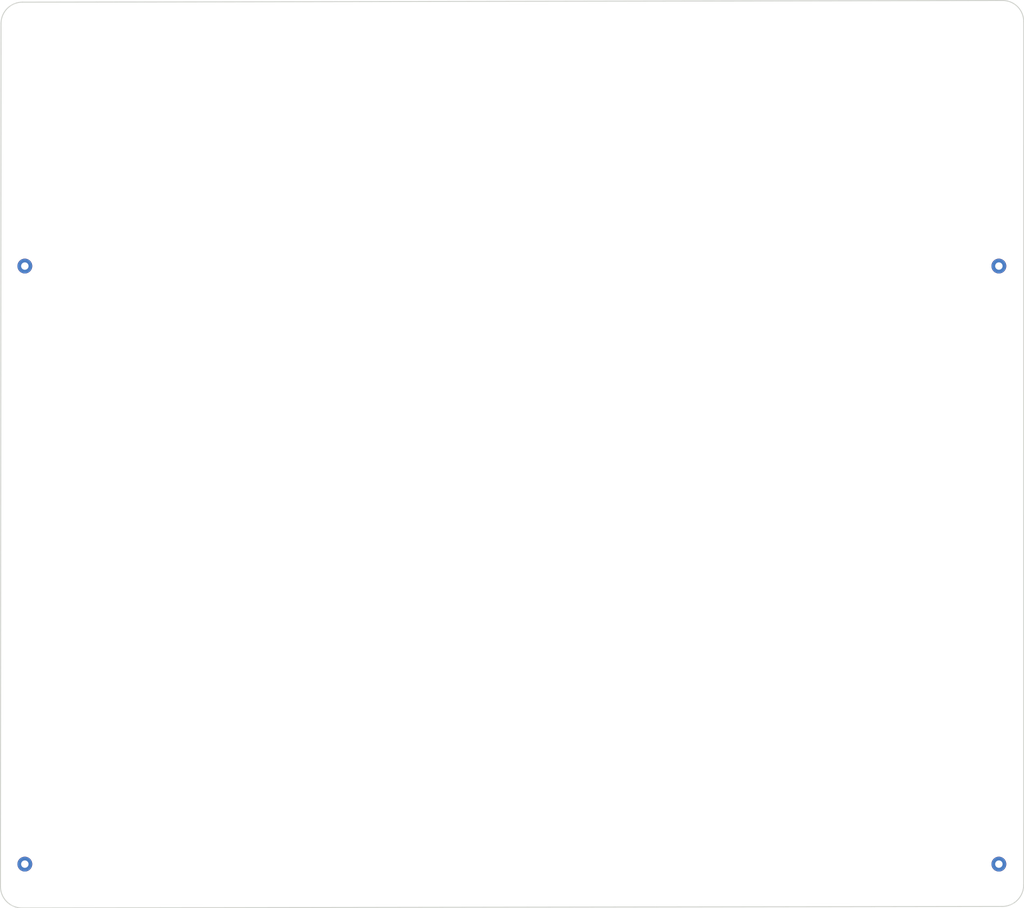
<source format=kicad_pcb>
(kicad_pcb (version 20210228) (generator pcbnew)
  (layers (0 "F.Cu" signal) (31 "B.Cu" signal) (34 "B.Paste" user) (35 "F.Paste" user) (36 "B.SilkS" user "B.Silkscreen") (37 "F.SilkS" user "F.Silkscreen") (38 "B.Mask" user) (39 "F.Mask" user) (44 "Edge.Cuts" user))
  (net 0 "")
  (footprint "" (layer "F.Cu") (at 60.4 122.8)
    (fp_text reference "" (at 0 0) (layer "F.SilkS") (effects (font (size 1.27 1.27))))
    (fp_text value "" (at 0 0) (layer "F.SilkS") (effects (font (size 1.27 1.27))))
    (pad "1" thru_hole circle (at 0 0 180) (size 1.524 1.524) (drill 0.762) (layers *.Cu *.Mask))
  )
  (footprint "" (layer "F.Cu") (at 160.4 184.2)
    (fp_text reference "" (at 0 0) (layer "F.SilkS") (effects (font (size 1.27 1.27))))
    (fp_text value "" (at 0 0) (layer "F.SilkS") (effects (font (size 1.27 1.27))))
    (pad "1" thru_hole circle (at 0 0 180) (size 1.524 1.524) (drill 0.762) (layers *.Cu *.Mask))
  )
  (footprint "" (layer "F.Cu") (at 160.4 122.8)
    (fp_text reference "" (at 0 0) (layer "F.SilkS") (effects (font (size 1.27 1.27))))
    (fp_text value "" (at 0 0) (layer "F.SilkS") (effects (font (size 1.27 1.27))))
    (pad "1" thru_hole circle (at 0 0 180) (size 1.524 1.524) (drill 0.762) (layers *.Cu *.Mask))
  )
  (footprint "" (layer "F.Cu") (at 60.4 184.2)
    (fp_text reference "" (at 0 0) (layer "F.SilkS") (effects (font (size 1.27 1.27))))
    (fp_text value "" (at 0 0) (layer "F.SilkS") (effects (font (size 1.27 1.27))))
    (pad "1" thru_hole circle (at 0 0 180) (size 1.524 1.524) (drill 0.762) (layers *.Cu *.Mask))
  )
  (gr_line (start 162.947108 97.690029) (end 162.944365 186.344365) (layer "Edge.Cuts") (width 0.1))
  (gr_line (start 160.747109 95.534394) (end 60.155635 95.705635) (layer "Edge.Cuts") (width 0.1))
  (gr_line (start 57.9 186.5) (end 57.955635 97.905635) (layer "Edge.Cuts") (width 0.1))
  (gr_arc (start 160.791026 97.690029) (end 160.747109 95.534394) (angle 91.16713205) (layer "Edge.Cuts") (width 0.1))
  (gr_line (start 160.744365 188.544365) (end 60.1 188.7) (layer "Edge.Cuts") (width 0.1))
  (gr_arc (start 60.155635 97.905635) (end 60.155635 95.705635) (angle -90) (layer "Edge.Cuts") (width 0.1))
  (gr_arc (start 60.1 186.5) (end 60.1 188.7) (angle 90) (layer "Edge.Cuts") (width 0.1))
  (gr_arc (start 160.744365 186.344365) (end 162.944365 186.344365) (angle 90) (layer "Edge.Cuts") (width 0.1))
)
</source>
